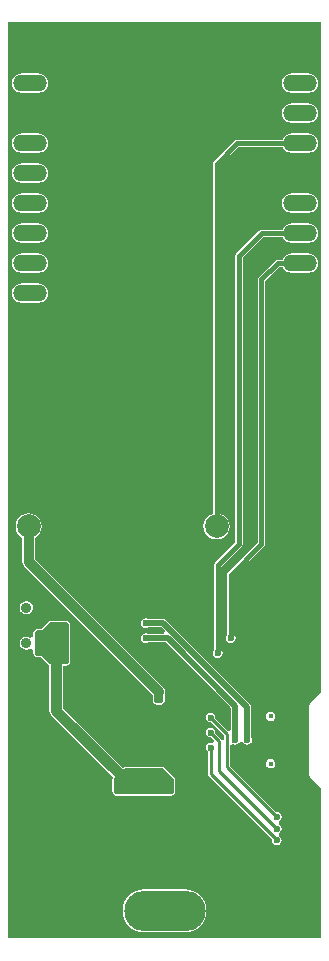
<source format=gbl>
G04 Layer_Physical_Order=2*
G04 Layer_Color=16711680*
%FSLAX25Y25*%
%MOIN*%
G70*
G01*
G75*
%ADD24C,0.03543*%
%ADD25C,0.01000*%
%ADD26C,0.01575*%
%ADD28C,0.03543*%
%ADD29C,0.07874*%
%ADD30O,0.27087X0.13543*%
%ADD31O,0.11200X0.05600*%
%ADD32C,0.01575*%
%ADD33C,0.02362*%
%ADD34C,0.01968*%
%ADD35C,0.03347*%
G36*
X430191Y226755D02*
X426521Y223085D01*
X426324Y222790D01*
X426254Y222441D01*
Y198819D01*
X426324Y198470D01*
X426521Y198175D01*
X430191Y194504D01*
Y144612D01*
X325714D01*
Y449876D01*
X430191D01*
Y226755D01*
D02*
G37*
%LPC*%
G36*
X331973Y256949D02*
X331890Y256932D01*
X331807Y256949D01*
X331115Y256811D01*
X331045Y256764D01*
X330962Y256748D01*
X330376Y256356D01*
X330329Y256286D01*
X330258Y256239D01*
X329867Y255652D01*
X329850Y255569D01*
X329803Y255499D01*
X329665Y254807D01*
X329674Y254765D01*
X329657Y254724D01*
X329674Y254684D01*
X329665Y254641D01*
X329803Y253950D01*
X329850Y253880D01*
X329867Y253796D01*
X330258Y253210D01*
X330329Y253163D01*
X330376Y253093D01*
X330962Y252701D01*
X331045Y252685D01*
X331115Y252638D01*
X331807Y252500D01*
X331890Y252517D01*
X331973Y252500D01*
X332664Y252638D01*
X332735Y252685D01*
X332818Y252701D01*
X333404Y253093D01*
X333451Y253163D01*
X333521Y253210D01*
X333913Y253796D01*
X333929Y253879D01*
X333977Y253950D01*
X334114Y254641D01*
X334106Y254684D01*
X334122Y254724D01*
X334106Y254765D01*
X334114Y254807D01*
X333977Y255499D01*
X333929Y255569D01*
X333913Y255652D01*
X333521Y256239D01*
X333451Y256286D01*
X333404Y256356D01*
X332818Y256748D01*
X332735Y256764D01*
X332664Y256811D01*
X331973Y256949D01*
D02*
G37*
G36*
X371654Y251232D02*
X371039Y251109D01*
X370518Y250761D01*
X370170Y250240D01*
X370048Y249626D01*
X370170Y249011D01*
X370518Y248491D01*
X371039Y248143D01*
X371654Y248020D01*
X372268Y248143D01*
X372385Y248221D01*
X376957D01*
X378148Y247031D01*
X377733Y246031D01*
X372385D01*
X372268Y246109D01*
X371654Y246232D01*
X371039Y246109D01*
X370518Y245761D01*
X370170Y245240D01*
X370048Y244626D01*
X370170Y244011D01*
X370518Y243491D01*
X371039Y243143D01*
X371654Y243020D01*
X372268Y243143D01*
X372385Y243221D01*
X378414D01*
X400170Y221465D01*
Y213970D01*
X399170Y213556D01*
X394860Y217865D01*
X394913Y218130D01*
X394791Y218744D01*
X394443Y219265D01*
X393921Y219613D01*
X393307Y219736D01*
X392693Y219613D01*
X392172Y219265D01*
X391824Y218744D01*
X391701Y218130D01*
X391824Y217515D01*
X392172Y216995D01*
X392693Y216647D01*
X393307Y216524D01*
X393571Y216577D01*
X397908Y212241D01*
Y210807D01*
X396908Y210708D01*
X396905Y210723D01*
X396707Y211018D01*
X394860Y212865D01*
X394913Y213130D01*
X394791Y213744D01*
X394443Y214265D01*
X393921Y214613D01*
X393307Y214736D01*
X392693Y214613D01*
X392172Y214265D01*
X391824Y213744D01*
X391701Y213130D01*
X391824Y212515D01*
X392172Y211995D01*
X392693Y211647D01*
X393307Y211524D01*
X393571Y211577D01*
X394477Y210672D01*
X394433Y210454D01*
X393921Y209613D01*
X393307Y209736D01*
X392693Y209613D01*
X392172Y209265D01*
X391824Y208744D01*
X391701Y208130D01*
X391824Y207516D01*
X392172Y206995D01*
X392396Y206845D01*
Y199213D01*
X392465Y198864D01*
X392663Y198568D01*
X413801Y177430D01*
X413749Y177165D01*
X413871Y176551D01*
X414219Y176030D01*
X414740Y175682D01*
X415354Y175560D01*
X415969Y175682D01*
X416490Y176030D01*
X416838Y176551D01*
X416960Y177165D01*
X416838Y177780D01*
X416490Y178301D01*
X416026Y178611D01*
X415969Y179054D01*
Y179214D01*
X416026Y179657D01*
X416490Y179967D01*
X416838Y180488D01*
X416960Y181102D01*
X416838Y181717D01*
X416490Y182238D01*
X416026Y182548D01*
X415969Y182991D01*
Y183151D01*
X416026Y183594D01*
X416490Y183904D01*
X416838Y184425D01*
X416960Y185039D01*
X416838Y185654D01*
X416490Y186175D01*
X415969Y186523D01*
X415354Y186645D01*
X415090Y186592D01*
X399730Y201952D01*
Y208857D01*
X399803Y208923D01*
X400730Y209300D01*
X400960Y209146D01*
X401575Y209024D01*
X402189Y209146D01*
X402710Y209494D01*
X403020Y209958D01*
X403464Y210016D01*
X403623D01*
X404067Y209958D01*
X404376Y209494D01*
X404897Y209146D01*
X405512Y209024D01*
X406126Y209146D01*
X406647Y209494D01*
X406995Y210016D01*
X407118Y210630D01*
X406995Y211244D01*
X406917Y211362D01*
Y221654D01*
X406810Y222191D01*
X406505Y222647D01*
X378533Y250619D01*
X378077Y250924D01*
X377539Y251031D01*
X372385D01*
X372268Y251109D01*
X371654Y251232D01*
D02*
G37*
G36*
X335894Y372816D02*
X330294D01*
X329461Y372706D01*
X328684Y372384D01*
X328017Y371872D01*
X327505Y371205D01*
X327183Y370428D01*
X327073Y369595D01*
X327183Y368761D01*
X327505Y367984D01*
X328017Y367317D01*
X328684Y366805D01*
X329461Y366483D01*
X330294Y366373D01*
X335894D01*
X336728Y366483D01*
X337505Y366805D01*
X338172Y367317D01*
X338684Y367984D01*
X339006Y368761D01*
X339116Y369595D01*
X339006Y370428D01*
X338684Y371205D01*
X338172Y371872D01*
X337505Y372384D01*
X336728Y372706D01*
X335894Y372816D01*
D02*
G37*
G36*
Y362816D02*
X330294D01*
X329461Y362706D01*
X328684Y362384D01*
X328017Y361872D01*
X327505Y361205D01*
X327183Y360428D01*
X327073Y359594D01*
X327183Y358761D01*
X327505Y357984D01*
X328017Y357317D01*
X328684Y356805D01*
X329461Y356483D01*
X330294Y356373D01*
X335894D01*
X336728Y356483D01*
X337505Y356805D01*
X338172Y357317D01*
X338684Y357984D01*
X339006Y358761D01*
X339116Y359594D01*
X339006Y360428D01*
X338684Y361205D01*
X338172Y361872D01*
X337505Y362384D01*
X336728Y362706D01*
X335894Y362816D01*
D02*
G37*
G36*
X345191Y250426D02*
X339848D01*
X339770Y250394D01*
X339685D01*
X339541Y250334D01*
X339481Y250274D01*
X339403Y250241D01*
X336831Y247670D01*
X335518D01*
X335439Y247638D01*
X335355D01*
X335210Y247578D01*
X335150Y247518D01*
X335072Y247485D01*
X334404Y246818D01*
X334372Y246740D01*
X334312Y246680D01*
X334252Y246535D01*
Y246450D01*
X334220Y246372D01*
Y245111D01*
X333889Y244882D01*
X333220Y244668D01*
X332818Y244937D01*
X332735Y244953D01*
X332664Y245000D01*
X331973Y245138D01*
X331890Y245121D01*
X331807Y245138D01*
X331115Y245000D01*
X331045Y244953D01*
X330962Y244937D01*
X330376Y244545D01*
X330329Y244475D01*
X330258Y244427D01*
X329867Y243841D01*
X329850Y243758D01*
X329803Y243688D01*
X329665Y242997D01*
X329674Y242954D01*
X329657Y242913D01*
X329674Y242873D01*
X329665Y242830D01*
X329803Y242139D01*
X329850Y242069D01*
X329867Y241985D01*
X330258Y241399D01*
X330329Y241352D01*
X330376Y241282D01*
X330962Y240890D01*
X331045Y240874D01*
X331115Y240827D01*
X331807Y240689D01*
X331890Y240706D01*
X331973Y240689D01*
X332664Y240827D01*
X332735Y240874D01*
X332818Y240890D01*
X333220Y241159D01*
X333889Y240945D01*
X334220Y240716D01*
Y239455D01*
X334252Y239376D01*
Y239292D01*
X334312Y239147D01*
X334372Y239087D01*
X334404Y239009D01*
X335072Y238341D01*
X335150Y238309D01*
X335210Y238249D01*
X335355Y238189D01*
X335439D01*
X335518Y238157D01*
X336831D01*
X339462Y235525D01*
X339525Y235500D01*
Y220472D01*
X339693Y219628D01*
X340171Y218911D01*
X340171Y218911D01*
X360226Y198857D01*
X360782Y197999D01*
X360750Y197921D01*
X360690Y197861D01*
X360630Y197716D01*
Y197631D01*
X360597Y197553D01*
Y193392D01*
X360630Y193314D01*
Y193229D01*
X360690Y193084D01*
X360750Y193024D01*
X360782Y192946D01*
X361450Y192278D01*
X361528Y192246D01*
X361588Y192186D01*
X361733Y192126D01*
X361818D01*
X361896Y192094D01*
X380230D01*
X380309Y192126D01*
X380393D01*
X380538Y192186D01*
X380598Y192246D01*
X380676Y192278D01*
X381344Y192946D01*
X381376Y193024D01*
X381436Y193084D01*
X381496Y193229D01*
Y193314D01*
X381528Y193392D01*
Y197553D01*
X381496Y197631D01*
Y197716D01*
X381436Y197861D01*
X381376Y197921D01*
X381344Y197999D01*
X377920Y201423D01*
X377842Y201455D01*
X377782Y201515D01*
X377637Y201575D01*
X377553D01*
X377474Y201607D01*
X364652D01*
X364573Y201575D01*
X364489D01*
X364344Y201515D01*
X364284Y201455D01*
X364206Y201423D01*
X364055Y201272D01*
X343940Y221387D01*
Y235401D01*
X345191D01*
X345269Y235433D01*
X345354D01*
X345499Y235493D01*
X345559Y235553D01*
X345637Y235585D01*
X346304Y236253D01*
X346337Y236331D01*
X346397Y236391D01*
X346457Y236536D01*
Y236621D01*
X346489Y236699D01*
Y249128D01*
X346457Y249206D01*
Y249291D01*
X346397Y249436D01*
X346337Y249496D01*
X346304Y249574D01*
X345637Y250241D01*
X345559Y250274D01*
X345499Y250334D01*
X345354Y250394D01*
X345269D01*
X345191Y250426D01*
D02*
G37*
G36*
X413378Y204298D02*
X413295Y204281D01*
X413212Y204298D01*
X412782Y204212D01*
X412711Y204165D01*
X412628Y204149D01*
X412264Y203905D01*
X412217Y203835D01*
X412146Y203787D01*
X411903Y203423D01*
X411886Y203340D01*
X411839Y203269D01*
X411753Y202839D01*
X411762Y202796D01*
X411745Y202756D01*
X411762Y202716D01*
X411753Y202673D01*
X411839Y202243D01*
X411886Y202172D01*
X411903Y202089D01*
X412146Y201724D01*
X412217Y201677D01*
X412264Y201607D01*
X412628Y201363D01*
X412711Y201347D01*
X412782Y201300D01*
X413212Y201214D01*
X413295Y201231D01*
X413378Y201214D01*
X413808Y201300D01*
X413879Y201347D01*
X413962Y201363D01*
X414327Y201607D01*
X414374Y201677D01*
X414444Y201724D01*
X414688Y202089D01*
X414705Y202172D01*
X414752Y202243D01*
X414837Y202673D01*
X414829Y202716D01*
X414845Y202756D01*
X414829Y202796D01*
X414837Y202839D01*
X414752Y203269D01*
X414705Y203340D01*
X414688Y203423D01*
X414444Y203787D01*
X414374Y203835D01*
X414327Y203905D01*
X413962Y204149D01*
X413879Y204165D01*
X413808Y204212D01*
X413378Y204298D01*
D02*
G37*
G36*
X384724Y160940D02*
X371181D01*
X369777Y160802D01*
X368426Y160392D01*
X367181Y159727D01*
X366090Y158831D01*
X365195Y157740D01*
X364529Y156495D01*
X364119Y155145D01*
X363981Y153740D01*
X364119Y152336D01*
X364529Y150985D01*
X365195Y149740D01*
X366090Y148649D01*
X367181Y147754D01*
X368426Y147088D01*
X369777Y146678D01*
X371181Y146540D01*
X384724D01*
X386129Y146678D01*
X387480Y147088D01*
X388724Y147754D01*
X389816Y148649D01*
X390711Y149740D01*
X391376Y150985D01*
X391786Y152336D01*
X391924Y153740D01*
X391786Y155145D01*
X391376Y156495D01*
X390711Y157740D01*
X389816Y158831D01*
X388724Y159727D01*
X387480Y160392D01*
X386129Y160802D01*
X384724Y160940D01*
D02*
G37*
G36*
X332677Y286258D02*
X331547Y286109D01*
X330493Y285673D01*
X329589Y284979D01*
X328894Y284074D01*
X328458Y283020D01*
X328309Y281890D01*
X328458Y280759D01*
X328894Y279706D01*
X329589Y278801D01*
X330493Y278107D01*
X330570Y278075D01*
Y270079D01*
X330730Y269272D01*
X331187Y268589D01*
X373983Y225792D01*
X373983Y225792D01*
Y223707D01*
X374016Y223628D01*
Y223544D01*
X374076Y223399D01*
X374136Y223339D01*
X374168Y223261D01*
X374836Y222593D01*
X374914Y222561D01*
X374974Y222501D01*
X375119Y222441D01*
X375203D01*
X375282Y222409D01*
X376687D01*
X376765Y222441D01*
X376850D01*
X376995Y222501D01*
X377055Y222561D01*
X377133Y222593D01*
X377800Y223261D01*
X377833Y223339D01*
X377893Y223399D01*
X377953Y223544D01*
Y223628D01*
X377985Y223707D01*
Y226236D01*
X378092Y226772D01*
X377985Y227307D01*
Y227474D01*
X377953Y227553D01*
Y227637D01*
X377893Y227782D01*
X377833Y227842D01*
X377800Y227920D01*
X377506Y228215D01*
X377474Y228262D01*
X334785Y270952D01*
Y278075D01*
X334861Y278107D01*
X335766Y278801D01*
X336460Y279706D01*
X336896Y280759D01*
X337045Y281890D01*
X336896Y283020D01*
X336460Y284074D01*
X335766Y284979D01*
X334861Y285673D01*
X333808Y286109D01*
X332677Y286258D01*
D02*
G37*
G36*
X413378Y220046D02*
X413295Y220029D01*
X413212Y220046D01*
X412782Y219960D01*
X412711Y219913D01*
X412628Y219897D01*
X412264Y219653D01*
X412217Y219583D01*
X412146Y219535D01*
X411903Y219171D01*
X411886Y219088D01*
X411839Y219017D01*
X411753Y218587D01*
X411762Y218544D01*
X411745Y218504D01*
X411762Y218464D01*
X411753Y218421D01*
X411839Y217991D01*
X411886Y217920D01*
X411903Y217837D01*
X412146Y217472D01*
X412217Y217425D01*
X412264Y217355D01*
X412628Y217111D01*
X412711Y217095D01*
X412782Y217048D01*
X413212Y216962D01*
X413295Y216979D01*
X413378Y216962D01*
X413808Y217048D01*
X413879Y217095D01*
X413962Y217111D01*
X414327Y217355D01*
X414374Y217425D01*
X414444Y217472D01*
X414688Y217837D01*
X414705Y217920D01*
X414752Y217991D01*
X414837Y218421D01*
X414829Y218464D01*
X414845Y218504D01*
X414829Y218544D01*
X414837Y218587D01*
X414752Y219017D01*
X414705Y219088D01*
X414688Y219171D01*
X414444Y219535D01*
X414374Y219583D01*
X414327Y219653D01*
X413962Y219897D01*
X413879Y219913D01*
X413808Y219960D01*
X413378Y220046D01*
D02*
G37*
G36*
X425894Y372816D02*
X420295D01*
X419461Y372706D01*
X418684Y372384D01*
X418017Y371872D01*
X417505Y371205D01*
X417337Y370799D01*
X415658D01*
X415658Y370799D01*
X415197Y370707D01*
X414806Y370446D01*
X409385Y365025D01*
X409124Y364634D01*
X409032Y364173D01*
X409032Y364173D01*
Y276483D01*
X399149Y266600D01*
X398887Y266209D01*
X398796Y265748D01*
X398796Y265748D01*
Y245658D01*
X398517Y245240D01*
X398394Y244626D01*
X398517Y244011D01*
X398865Y243491D01*
X399385Y243143D01*
X400000Y243020D01*
X400615Y243143D01*
X401135Y243491D01*
X401483Y244011D01*
X401606Y244626D01*
X401483Y245240D01*
X401204Y245658D01*
Y265249D01*
X411088Y275133D01*
X411349Y275523D01*
X411441Y275984D01*
Y363674D01*
X416156Y368390D01*
X417337D01*
X417505Y367984D01*
X418017Y367317D01*
X418684Y366805D01*
X419461Y366483D01*
X420295Y366373D01*
X425894D01*
X426728Y366483D01*
X427505Y366805D01*
X428172Y367317D01*
X428684Y367984D01*
X429006Y368761D01*
X429116Y369595D01*
X429006Y370428D01*
X428684Y371205D01*
X428172Y371872D01*
X427505Y372384D01*
X426728Y372706D01*
X425894Y372816D01*
D02*
G37*
G36*
X335894Y432816D02*
X330294D01*
X329461Y432706D01*
X328684Y432384D01*
X328017Y431872D01*
X327505Y431205D01*
X327183Y430428D01*
X327073Y429595D01*
X327183Y428761D01*
X327505Y427984D01*
X328017Y427317D01*
X328684Y426805D01*
X329461Y426483D01*
X330294Y426373D01*
X335894D01*
X336728Y426483D01*
X337505Y426805D01*
X338172Y427317D01*
X338684Y427984D01*
X339006Y428761D01*
X339116Y429595D01*
X339006Y430428D01*
X338684Y431205D01*
X338172Y431872D01*
X337505Y432384D01*
X336728Y432706D01*
X335894Y432816D01*
D02*
G37*
G36*
X425894D02*
X420295D01*
X419461Y432706D01*
X418684Y432384D01*
X418017Y431872D01*
X417505Y431205D01*
X417183Y430428D01*
X417073Y429595D01*
X417183Y428761D01*
X417505Y427984D01*
X418017Y427317D01*
X418684Y426805D01*
X419461Y426483D01*
X420295Y426373D01*
X425894D01*
X426728Y426483D01*
X427505Y426805D01*
X428172Y427317D01*
X428684Y427984D01*
X429006Y428761D01*
X429116Y429595D01*
X429006Y430428D01*
X428684Y431205D01*
X428172Y431872D01*
X427505Y432384D01*
X426728Y432706D01*
X425894Y432816D01*
D02*
G37*
G36*
X335894Y412816D02*
X330294D01*
X329461Y412706D01*
X328684Y412384D01*
X328017Y411872D01*
X327505Y411205D01*
X327183Y410428D01*
X327073Y409594D01*
X327183Y408761D01*
X327505Y407984D01*
X328017Y407317D01*
X328684Y406805D01*
X329461Y406483D01*
X330294Y406373D01*
X335894D01*
X336728Y406483D01*
X337505Y406805D01*
X338172Y407317D01*
X338684Y407984D01*
X339006Y408761D01*
X339116Y409594D01*
X339006Y410428D01*
X338684Y411205D01*
X338172Y411872D01*
X337505Y412384D01*
X336728Y412706D01*
X335894Y412816D01*
D02*
G37*
G36*
X425894Y422816D02*
X420295D01*
X419461Y422706D01*
X418684Y422384D01*
X418017Y421872D01*
X417505Y421205D01*
X417183Y420428D01*
X417073Y419594D01*
X417183Y418761D01*
X417505Y417984D01*
X418017Y417317D01*
X418684Y416805D01*
X419461Y416483D01*
X420295Y416373D01*
X425894D01*
X426728Y416483D01*
X427505Y416805D01*
X428172Y417317D01*
X428684Y417984D01*
X429006Y418761D01*
X429116Y419594D01*
X429006Y420428D01*
X428684Y421205D01*
X428172Y421872D01*
X427505Y422384D01*
X426728Y422706D01*
X425894Y422816D01*
D02*
G37*
G36*
Y412816D02*
X420295D01*
X419461Y412706D01*
X418684Y412384D01*
X418017Y411872D01*
X417505Y411205D01*
X417337Y410799D01*
X402114D01*
X402114Y410799D01*
X401653Y410707D01*
X401263Y410446D01*
X394448Y403631D01*
X394187Y403240D01*
X394095Y402779D01*
X394095Y402779D01*
Y286088D01*
X393092Y285673D01*
X392187Y284979D01*
X391493Y284074D01*
X391056Y283020D01*
X390908Y281890D01*
X391056Y280759D01*
X391493Y279706D01*
X392187Y278801D01*
X393092Y278107D01*
X394145Y277671D01*
X395276Y277522D01*
X396406Y277671D01*
X397460Y278107D01*
X398364Y278801D01*
X399059Y279706D01*
X399495Y280759D01*
X399644Y281890D01*
X399495Y283020D01*
X399059Y284074D01*
X398364Y284979D01*
X397460Y285673D01*
X396503Y286069D01*
Y402281D01*
X402613Y408390D01*
X417337D01*
X417505Y407984D01*
X418017Y407317D01*
X418684Y406805D01*
X419461Y406483D01*
X420295Y406373D01*
X425894D01*
X426728Y406483D01*
X427505Y406805D01*
X428172Y407317D01*
X428684Y407984D01*
X429006Y408761D01*
X429116Y409594D01*
X429006Y410428D01*
X428684Y411205D01*
X428172Y411872D01*
X427505Y412384D01*
X426728Y412706D01*
X425894Y412816D01*
D02*
G37*
G36*
Y382816D02*
X420295D01*
X419461Y382706D01*
X418684Y382384D01*
X418017Y381872D01*
X417505Y381205D01*
X417337Y380799D01*
X410303D01*
X410303Y380799D01*
X409842Y380707D01*
X409452Y380446D01*
X401904Y372899D01*
X401643Y372508D01*
X401552Y372047D01*
X401552Y372047D01*
Y276483D01*
X394818Y269749D01*
X394557Y269358D01*
X394465Y268898D01*
X394465Y268898D01*
Y240658D01*
X394186Y240240D01*
X394064Y239626D01*
X394186Y239012D01*
X394534Y238491D01*
X395055Y238142D01*
X395669Y238020D01*
X396284Y238142D01*
X396805Y238491D01*
X397153Y239012D01*
X397275Y239626D01*
X397153Y240240D01*
X396873Y240658D01*
Y268399D01*
X403607Y275133D01*
X403607Y275133D01*
X403868Y275523D01*
X403960Y275984D01*
Y371548D01*
X410802Y378390D01*
X417337D01*
X417505Y377984D01*
X418017Y377317D01*
X418684Y376805D01*
X419461Y376483D01*
X420295Y376373D01*
X425894D01*
X426728Y376483D01*
X427505Y376805D01*
X428172Y377317D01*
X428684Y377984D01*
X429006Y378761D01*
X429116Y379594D01*
X429006Y380428D01*
X428684Y381205D01*
X428172Y381872D01*
X427505Y382384D01*
X426728Y382706D01*
X425894Y382816D01*
D02*
G37*
G36*
X335894D02*
X330294D01*
X329461Y382706D01*
X328684Y382384D01*
X328017Y381872D01*
X327505Y381205D01*
X327183Y380428D01*
X327073Y379594D01*
X327183Y378761D01*
X327505Y377984D01*
X328017Y377317D01*
X328684Y376805D01*
X329461Y376483D01*
X330294Y376373D01*
X335894D01*
X336728Y376483D01*
X337505Y376805D01*
X338172Y377317D01*
X338684Y377984D01*
X339006Y378761D01*
X339116Y379594D01*
X339006Y380428D01*
X338684Y381205D01*
X338172Y381872D01*
X337505Y382384D01*
X336728Y382706D01*
X335894Y382816D01*
D02*
G37*
G36*
Y392816D02*
X330294D01*
X329461Y392706D01*
X328684Y392384D01*
X328017Y391872D01*
X327505Y391205D01*
X327183Y390428D01*
X327073Y389595D01*
X327183Y388761D01*
X327505Y387984D01*
X328017Y387317D01*
X328684Y386805D01*
X329461Y386483D01*
X330294Y386373D01*
X335894D01*
X336728Y386483D01*
X337505Y386805D01*
X338172Y387317D01*
X338684Y387984D01*
X339006Y388761D01*
X339116Y389595D01*
X339006Y390428D01*
X338684Y391205D01*
X338172Y391872D01*
X337505Y392384D01*
X336728Y392706D01*
X335894Y392816D01*
D02*
G37*
G36*
Y402816D02*
X330294D01*
X329461Y402706D01*
X328684Y402384D01*
X328017Y401872D01*
X327505Y401205D01*
X327183Y400428D01*
X327073Y399594D01*
X327183Y398761D01*
X327505Y397984D01*
X328017Y397317D01*
X328684Y396805D01*
X329461Y396483D01*
X330294Y396373D01*
X335894D01*
X336728Y396483D01*
X337505Y396805D01*
X338172Y397317D01*
X338684Y397984D01*
X339006Y398761D01*
X339116Y399594D01*
X339006Y400428D01*
X338684Y401205D01*
X338172Y401872D01*
X337505Y402384D01*
X336728Y402706D01*
X335894Y402816D01*
D02*
G37*
G36*
X425894Y392816D02*
X420295D01*
X419461Y392706D01*
X418684Y392384D01*
X418017Y391872D01*
X417505Y391205D01*
X417183Y390428D01*
X417073Y389595D01*
X417183Y388761D01*
X417505Y387984D01*
X418017Y387317D01*
X418684Y386805D01*
X419461Y386483D01*
X420295Y386373D01*
X425894D01*
X426728Y386483D01*
X427505Y386805D01*
X428172Y387317D01*
X428684Y387984D01*
X429006Y388761D01*
X429116Y389595D01*
X429006Y390428D01*
X428684Y391205D01*
X428172Y391872D01*
X427505Y392384D01*
X426728Y392706D01*
X425894Y392816D01*
D02*
G37*
%LPD*%
G36*
X377619Y201121D02*
X381042Y197698D01*
X381102Y197553D01*
Y193392D01*
X381042Y193247D01*
X381042Y193247D01*
X380375Y192580D01*
X380230Y192520D01*
X361896D01*
X361751Y192580D01*
X361084Y193247D01*
X361024Y193392D01*
Y197553D01*
X361084Y197698D01*
X361234Y197848D01*
X361234Y197848D01*
X361234Y197848D01*
X364507Y201121D01*
X364652Y201181D01*
X377474D01*
X377619Y201121D01*
D02*
G37*
G36*
X345336Y249940D02*
X346003Y249272D01*
X346063Y249128D01*
Y236699D01*
X346003Y236554D01*
X345336Y235887D01*
X345191Y235827D01*
X339764D01*
X337133Y238458D01*
X337133Y238458D01*
X337008Y238583D01*
X335518D01*
X335373Y238643D01*
X334706Y239310D01*
X334646Y239455D01*
Y241544D01*
Y246372D01*
X334706Y246517D01*
X335373Y247184D01*
X335518Y247244D01*
X337008D01*
X337133Y247369D01*
X339704Y249940D01*
X339848Y250000D01*
X345191D01*
X345336Y249940D01*
D02*
G37*
G36*
X377499Y227619D02*
X377559Y227474D01*
Y227307D01*
Y226236D01*
Y223707D01*
X377499Y223562D01*
X376832Y222895D01*
X376687Y222835D01*
X375282D01*
X375137Y222895D01*
X374469Y223562D01*
X374410Y223707D01*
Y225792D01*
X374410Y225792D01*
X374410Y225792D01*
Y227559D01*
X375197Y228346D01*
X376772D01*
X377499Y227619D01*
D02*
G37*
D24*
X341732Y220472D02*
Y237402D01*
X341732Y220472D02*
X365354Y196850D01*
D25*
X396063Y200394D02*
Y210374D01*
X393307Y213130D02*
X396063Y210374D01*
X398819Y201575D02*
Y212618D01*
X393307Y218130D02*
X398819Y212618D01*
Y201575D02*
X415354Y185039D01*
X396063Y200394D02*
X415354Y181102D01*
X393307Y199213D02*
X415354Y177165D01*
X393307Y199213D02*
Y208130D01*
X341732Y220472D02*
X341732D01*
D26*
X402756Y275984D02*
Y372047D01*
X395669Y268898D02*
X402756Y275984D01*
X395669Y239626D02*
Y268898D01*
X410236Y275984D02*
Y364173D01*
X400000Y265748D02*
X410236Y275984D01*
X400000Y244626D02*
Y265748D01*
X402756Y372047D02*
X410303Y379594D01*
X395299Y281890D02*
Y402779D01*
X415658Y369595D02*
X423095D01*
X410236Y364173D02*
X415658Y369595D01*
X410303Y379594D02*
X423095D01*
X395299Y402779D02*
X402114Y409594D01*
X423095D01*
D28*
X331890Y254724D02*
D03*
Y242913D02*
D03*
D29*
X332677Y281890D02*
D03*
X360677D02*
D03*
X395276D02*
D03*
X423276D02*
D03*
D30*
X377953Y153740D02*
D03*
Y440748D02*
D03*
D31*
X423095Y429595D02*
D03*
Y419594D02*
D03*
Y409594D02*
D03*
Y399594D02*
D03*
Y389595D02*
D03*
Y379594D02*
D03*
Y369595D02*
D03*
Y359594D02*
D03*
X333095D02*
D03*
Y369595D02*
D03*
Y379594D02*
D03*
Y389595D02*
D03*
Y399594D02*
D03*
Y409594D02*
D03*
Y419594D02*
D03*
Y429595D02*
D03*
D32*
X413295Y218504D02*
D03*
Y202756D02*
D03*
D33*
X393307Y208130D02*
D03*
Y213130D02*
D03*
Y218130D02*
D03*
X415354Y177165D02*
D03*
Y181102D02*
D03*
Y185039D02*
D03*
X400000Y244626D02*
D03*
X395669Y239626D02*
D03*
X371654Y244626D02*
D03*
Y249626D02*
D03*
X405512Y210630D02*
D03*
X401575D02*
D03*
X356299Y230315D02*
D03*
X353937D02*
D03*
X351575D02*
D03*
X349213D02*
D03*
X353937Y227953D02*
D03*
X351575D02*
D03*
X349213D02*
D03*
X346850D02*
D03*
X379528Y210630D02*
D03*
X376378D02*
D03*
X377953Y208268D02*
D03*
Y205512D02*
D03*
Y212992D02*
D03*
Y215748D02*
D03*
X381102Y212992D02*
D03*
Y208268D02*
D03*
X374803D02*
D03*
Y212992D02*
D03*
X381102Y215748D02*
D03*
X374803D02*
D03*
X381102Y205512D02*
D03*
X374803D02*
D03*
X327953Y225984D02*
D03*
X330315Y228346D02*
D03*
X332677Y225984D02*
D03*
X327953Y228346D02*
D03*
X332677D02*
D03*
X426772Y259055D02*
D03*
Y263779D02*
D03*
Y268504D02*
D03*
X421260Y203150D02*
D03*
Y205512D02*
D03*
Y218110D02*
D03*
Y215748D02*
D03*
X365354Y199606D02*
D03*
Y194095D02*
D03*
X368110D02*
D03*
X365354Y196850D02*
D03*
X362598D02*
D03*
Y194095D02*
D03*
X368110Y196850D02*
D03*
Y199606D02*
D03*
X336221Y240158D02*
D03*
Y245669D02*
D03*
Y242913D02*
D03*
X341732Y248425D02*
D03*
X344488D02*
D03*
Y245669D02*
D03*
Y242913D02*
D03*
Y240158D02*
D03*
X341732Y237402D02*
D03*
X344488D02*
D03*
X341732Y242913D02*
D03*
X338976D02*
D03*
X374016Y196850D02*
D03*
Y194095D02*
D03*
X376772D02*
D03*
Y196850D02*
D03*
X374016Y199606D02*
D03*
X379528Y196850D02*
D03*
Y194095D02*
D03*
X376772Y199606D02*
D03*
X375984Y224410D02*
D03*
Y226772D02*
D03*
X375197Y290158D02*
D03*
X377953Y287402D02*
D03*
X380709D02*
D03*
X377953Y290158D02*
D03*
X375197Y284646D02*
D03*
Y287402D02*
D03*
X380709Y290158D02*
D03*
X377953Y284646D02*
D03*
X404331Y401968D02*
D03*
X421654Y350394D02*
D03*
X424016D02*
D03*
Y348031D02*
D03*
X421654D02*
D03*
Y345669D02*
D03*
X424016D02*
D03*
X421654Y343307D02*
D03*
X424016D02*
D03*
X421654Y340945D02*
D03*
X424016D02*
D03*
X421654Y338583D02*
D03*
X424016D02*
D03*
X426772Y266142D02*
D03*
Y261417D02*
D03*
Y256693D02*
D03*
Y270866D02*
D03*
X330315Y225984D02*
D03*
X356299Y227953D02*
D03*
X346850Y230315D02*
D03*
X404331Y390158D02*
D03*
X401968D02*
D03*
X404331Y392520D02*
D03*
X401968D02*
D03*
X404331Y394882D02*
D03*
X401968D02*
D03*
Y397244D02*
D03*
X404331D02*
D03*
X401968Y401968D02*
D03*
Y399606D02*
D03*
X404331D02*
D03*
X380709Y284646D02*
D03*
D34*
X405512Y210630D02*
Y221654D01*
X377539Y249626D02*
X405512Y221654D01*
X371654Y249626D02*
X377539D01*
X401575Y210630D02*
Y222047D01*
X378996Y244626D02*
X401575Y222047D01*
X371654Y244626D02*
X378996D01*
D35*
X332677Y270079D02*
X375984Y226772D01*
X332677Y270079D02*
Y281890D01*
M02*

</source>
